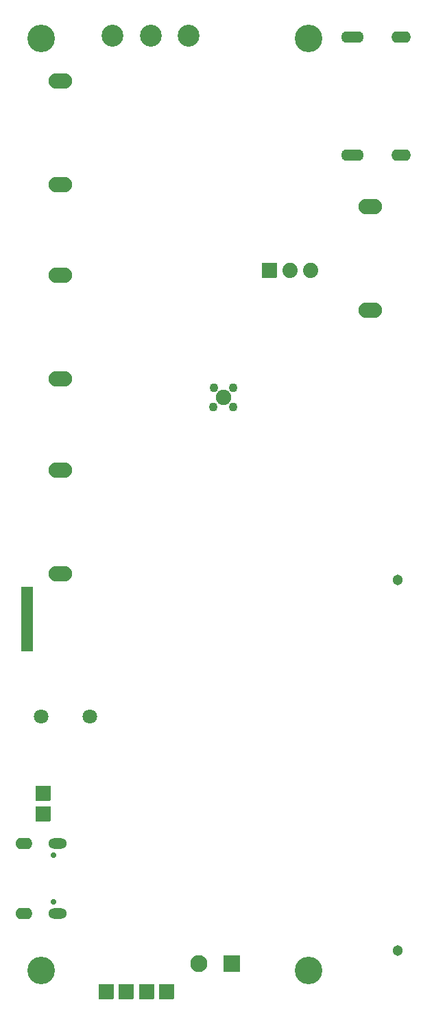
<source format=gbr>
%TF.GenerationSoftware,KiCad,Pcbnew,7.0.11-7.0.11~ubuntu22.04.1*%
%TF.CreationDate,2024-05-21T14:55:31+03:00*%
%TF.ProjectId,Neo6502PC-CPU_Rev_B,4e656f36-3530-4325-9043-2d4350555f52,B*%
%TF.SameCoordinates,PX365c040PY8f0d180*%
%TF.FileFunction,Soldermask,Top*%
%TF.FilePolarity,Negative*%
%FSLAX46Y46*%
G04 Gerber Fmt 4.6, Leading zero omitted, Abs format (unit mm)*
G04 Created by KiCad (PCBNEW 7.0.11-7.0.11~ubuntu22.04.1) date 2024-05-21 14:55:31*
%MOMM*%
%LPD*%
G01*
G04 APERTURE LIST*
G04 Aperture macros list*
%AMRoundRect*
0 Rectangle with rounded corners*
0 $1 Rounding radius*
0 $2 $3 $4 $5 $6 $7 $8 $9 X,Y pos of 4 corners*
0 Add a 4 corners polygon primitive as box body*
4,1,4,$2,$3,$4,$5,$6,$7,$8,$9,$2,$3,0*
0 Add four circle primitives for the rounded corners*
1,1,$1+$1,$2,$3*
1,1,$1+$1,$4,$5*
1,1,$1+$1,$6,$7*
1,1,$1+$1,$8,$9*
0 Add four rect primitives between the rounded corners*
20,1,$1+$1,$2,$3,$4,$5,0*
20,1,$1+$1,$4,$5,$6,$7,0*
20,1,$1+$1,$6,$7,$8,$9,0*
20,1,$1+$1,$8,$9,$2,$3,0*%
G04 Aperture macros list end*
%ADD10C,3.401601*%
%ADD11C,1.801600*%
%ADD12C,1.101600*%
%ADD13C,1.901600*%
%ADD14RoundRect,0.050800X-0.889000X-0.889000X0.889000X-0.889000X0.889000X0.889000X-0.889000X0.889000X0*%
%ADD15C,1.879600*%
%ADD16O,2.801600X1.401600*%
%ADD17O,2.401600X1.401600*%
%ADD18RoundRect,0.050800X1.000000X1.000000X-1.000000X1.000000X-1.000000X-1.000000X1.000000X-1.000000X0*%
%ADD19C,2.101600*%
%ADD20O,2.901600X1.901600*%
%ADD21RoundRect,0.050800X0.889000X0.889000X-0.889000X0.889000X-0.889000X-0.889000X0.889000X-0.889000X0*%
%ADD22C,0.701600*%
%ADD23O,2.301600X1.301600*%
%ADD24O,2.101600X1.401600*%
%ADD25C,1.301600*%
%ADD26C,2.701600*%
G04 APERTURE END LIST*
D10*
X4000000Y4650000D03*
X37000000Y4650000D03*
X37000000Y119650000D03*
X4000000Y119650000D03*
D11*
X4000000Y36000000D03*
X10000000Y36000000D03*
D12*
X27695000Y74133260D03*
X27695000Y76533260D03*
D13*
X26495000Y75333260D03*
D12*
X25295000Y76533260D03*
X25225000Y74133260D03*
D14*
X32210000Y91000000D03*
D15*
X34750000Y91000000D03*
X37290000Y91000000D03*
D16*
X42400000Y105200000D03*
D17*
X48450000Y105200000D03*
D16*
X42400000Y119800000D03*
D17*
X48450000Y119800000D03*
D18*
X27500000Y5500000D03*
D19*
X23500000Y5500000D03*
D20*
X6350000Y101600000D03*
X6350000Y114400000D03*
X44650000Y98900000D03*
X44650000Y86100000D03*
D14*
X4250000Y26500000D03*
D21*
X12000000Y2000000D03*
D20*
X6350000Y53600000D03*
X6350000Y66400000D03*
D14*
X4250000Y24000000D03*
D20*
X6350000Y77600000D03*
X6350000Y90400000D03*
D22*
X5530000Y13110000D03*
X5530000Y18890000D03*
D23*
X6030000Y11680000D03*
X6030000Y20320000D03*
D24*
X1850000Y11680000D03*
X1850000Y20320000D03*
D25*
X48000000Y52860000D03*
X48000000Y7140000D03*
D21*
X14500000Y2000000D03*
D14*
X17000000Y2000000D03*
X19500000Y2000000D03*
D26*
X22200000Y120000000D03*
X17500000Y120000000D03*
X12800000Y120000000D03*
G36*
X2942121Y51979998D02*
G01*
X2988614Y51926342D01*
X3000000Y51874000D01*
X3000000Y44126000D01*
X2979998Y44057879D01*
X2926342Y44011386D01*
X2874000Y44000000D01*
X1626000Y44000000D01*
X1557879Y44020002D01*
X1511386Y44073658D01*
X1500000Y44126000D01*
X1500000Y51874000D01*
X1520002Y51942121D01*
X1573658Y51988614D01*
X1626000Y52000000D01*
X2874000Y52000000D01*
X2942121Y51979998D01*
G37*
M02*

</source>
